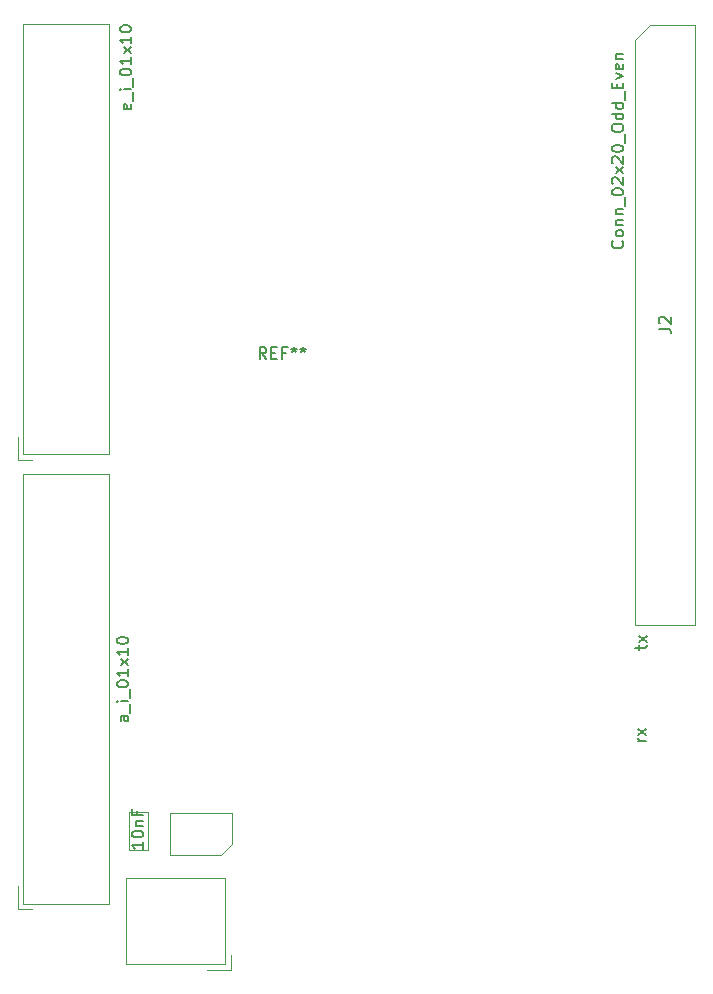
<source format=gbr>
G04 #@! TF.GenerationSoftware,KiCad,Pcbnew,5.1.5+dfsg1-2build2*
G04 #@! TF.CreationDate,2023-05-06T09:23:40+02:00*
G04 #@! TF.ProjectId,digital,64696769-7461-46c2-9e6b-696361645f70,rev?*
G04 #@! TF.SameCoordinates,Original*
G04 #@! TF.FileFunction,Other,Fab,Top*
%FSLAX46Y46*%
G04 Gerber Fmt 4.6, Leading zero omitted, Abs format (unit mm)*
G04 Created by KiCad (PCBNEW 5.1.5+dfsg1-2build2) date 2023-05-06 09:23:40*
%MOMM*%
%LPD*%
G04 APERTURE LIST*
%ADD10C,0.100000*%
%ADD11C,0.150000*%
G04 APERTURE END LIST*
D10*
X115961500Y-90753500D02*
X123211500Y-90753500D01*
X123211500Y-90753500D02*
X123211500Y-54353500D01*
X123211500Y-54353500D02*
X115961500Y-54353500D01*
X115961500Y-54353500D02*
X115961500Y-90753500D01*
X116711500Y-91253500D02*
X115461500Y-91253500D01*
X115461500Y-91253500D02*
X115461500Y-89253500D01*
X169021760Y-54361080D02*
X172831760Y-54361080D01*
X172831760Y-54361080D02*
X172831760Y-105161080D01*
X172831760Y-105161080D02*
X167751760Y-105161080D01*
X167751760Y-105161080D02*
X167751760Y-55631080D01*
X167751760Y-55631080D02*
X169021760Y-54361080D01*
X115461500Y-129278500D02*
X115461500Y-127278500D01*
X116711500Y-129278500D02*
X115461500Y-129278500D01*
X115961500Y-92378500D02*
X115961500Y-128778500D01*
X123211500Y-92378500D02*
X115961500Y-92378500D01*
X123211500Y-128778500D02*
X123211500Y-92378500D01*
X115961500Y-128778500D02*
X123211500Y-128778500D01*
X133016160Y-133883980D02*
X133016160Y-126633980D01*
X133016160Y-126633980D02*
X124616160Y-126633980D01*
X124616160Y-126633980D02*
X124616160Y-133883980D01*
X124616160Y-133883980D02*
X133016160Y-133883980D01*
X133516160Y-133133980D02*
X133516160Y-134383980D01*
X133516160Y-134383980D02*
X131516160Y-134383980D01*
X126466500Y-124218500D02*
X124866500Y-124218500D01*
X124866500Y-124218500D02*
X124866500Y-121018500D01*
X124866500Y-121018500D02*
X126466500Y-121018500D01*
X126466500Y-121018500D02*
X126466500Y-124218500D01*
X128400500Y-121072500D02*
X128400500Y-124672500D01*
X133600500Y-121072500D02*
X128400500Y-121072500D01*
X133600500Y-123772500D02*
X133600500Y-121072500D01*
X132700500Y-124672500D02*
X133600500Y-123772500D01*
X128400500Y-124672500D02*
X132700500Y-124672500D01*
D11*
X125055261Y-61094547D02*
X125102880Y-61189785D01*
X125102880Y-61380261D01*
X125055261Y-61475500D01*
X124960023Y-61523119D01*
X124579071Y-61523119D01*
X124483833Y-61475500D01*
X124436214Y-61380261D01*
X124436214Y-61189785D01*
X124483833Y-61094547D01*
X124579071Y-61046928D01*
X124674309Y-61046928D01*
X124769547Y-61523119D01*
X125198119Y-60856452D02*
X125198119Y-60094547D01*
X125102880Y-59856452D02*
X124436214Y-59856452D01*
X124102880Y-59856452D02*
X124150500Y-59904071D01*
X124198119Y-59856452D01*
X124150500Y-59808833D01*
X124102880Y-59856452D01*
X124198119Y-59856452D01*
X125198119Y-59618357D02*
X125198119Y-58856452D01*
X124102880Y-58427880D02*
X124102880Y-58332642D01*
X124150500Y-58237404D01*
X124198119Y-58189785D01*
X124293357Y-58142166D01*
X124483833Y-58094547D01*
X124721928Y-58094547D01*
X124912404Y-58142166D01*
X125007642Y-58189785D01*
X125055261Y-58237404D01*
X125102880Y-58332642D01*
X125102880Y-58427880D01*
X125055261Y-58523119D01*
X125007642Y-58570738D01*
X124912404Y-58618357D01*
X124721928Y-58665976D01*
X124483833Y-58665976D01*
X124293357Y-58618357D01*
X124198119Y-58570738D01*
X124150500Y-58523119D01*
X124102880Y-58427880D01*
X125102880Y-57142166D02*
X125102880Y-57713595D01*
X125102880Y-57427880D02*
X124102880Y-57427880D01*
X124245738Y-57523119D01*
X124340976Y-57618357D01*
X124388595Y-57713595D01*
X125102880Y-56808833D02*
X124436214Y-56285023D01*
X124436214Y-56808833D02*
X125102880Y-56285023D01*
X125102880Y-55380261D02*
X125102880Y-55951690D01*
X125102880Y-55665976D02*
X124102880Y-55665976D01*
X124245738Y-55761214D01*
X124340976Y-55856452D01*
X124388595Y-55951690D01*
X124102880Y-54761214D02*
X124102880Y-54665976D01*
X124150500Y-54570738D01*
X124198119Y-54523119D01*
X124293357Y-54475500D01*
X124483833Y-54427880D01*
X124721928Y-54427880D01*
X124912404Y-54475500D01*
X125007642Y-54523119D01*
X125055261Y-54570738D01*
X125102880Y-54665976D01*
X125102880Y-54761214D01*
X125055261Y-54856452D01*
X125007642Y-54904071D01*
X124912404Y-54951690D01*
X124721928Y-54999309D01*
X124483833Y-54999309D01*
X124293357Y-54951690D01*
X124198119Y-54904071D01*
X124150500Y-54856452D01*
X124102880Y-54761214D01*
X136525166Y-82684880D02*
X136191833Y-82208690D01*
X135953738Y-82684880D02*
X135953738Y-81684880D01*
X136334690Y-81684880D01*
X136429928Y-81732500D01*
X136477547Y-81780119D01*
X136525166Y-81875357D01*
X136525166Y-82018214D01*
X136477547Y-82113452D01*
X136429928Y-82161071D01*
X136334690Y-82208690D01*
X135953738Y-82208690D01*
X136953738Y-82161071D02*
X137287071Y-82161071D01*
X137429928Y-82684880D02*
X136953738Y-82684880D01*
X136953738Y-81684880D01*
X137429928Y-81684880D01*
X138191833Y-82161071D02*
X137858500Y-82161071D01*
X137858500Y-82684880D02*
X137858500Y-81684880D01*
X138334690Y-81684880D01*
X138858500Y-81684880D02*
X138858500Y-81922976D01*
X138620404Y-81827738D02*
X138858500Y-81922976D01*
X139096595Y-81827738D01*
X138715642Y-82113452D02*
X138858500Y-81922976D01*
X139001357Y-82113452D01*
X139620404Y-81684880D02*
X139620404Y-81922976D01*
X139382309Y-81827738D02*
X139620404Y-81922976D01*
X139858500Y-81827738D01*
X139477547Y-82113452D02*
X139620404Y-81922976D01*
X139763261Y-82113452D01*
X166663642Y-72666857D02*
X166711261Y-72714476D01*
X166758880Y-72857333D01*
X166758880Y-72952571D01*
X166711261Y-73095428D01*
X166616023Y-73190666D01*
X166520785Y-73238285D01*
X166330309Y-73285904D01*
X166187452Y-73285904D01*
X165996976Y-73238285D01*
X165901738Y-73190666D01*
X165806500Y-73095428D01*
X165758880Y-72952571D01*
X165758880Y-72857333D01*
X165806500Y-72714476D01*
X165854119Y-72666857D01*
X166758880Y-72095428D02*
X166711261Y-72190666D01*
X166663642Y-72238285D01*
X166568404Y-72285904D01*
X166282690Y-72285904D01*
X166187452Y-72238285D01*
X166139833Y-72190666D01*
X166092214Y-72095428D01*
X166092214Y-71952571D01*
X166139833Y-71857333D01*
X166187452Y-71809714D01*
X166282690Y-71762095D01*
X166568404Y-71762095D01*
X166663642Y-71809714D01*
X166711261Y-71857333D01*
X166758880Y-71952571D01*
X166758880Y-72095428D01*
X166092214Y-71333523D02*
X166758880Y-71333523D01*
X166187452Y-71333523D02*
X166139833Y-71285904D01*
X166092214Y-71190666D01*
X166092214Y-71047809D01*
X166139833Y-70952571D01*
X166235071Y-70904952D01*
X166758880Y-70904952D01*
X166092214Y-70428761D02*
X166758880Y-70428761D01*
X166187452Y-70428761D02*
X166139833Y-70381142D01*
X166092214Y-70285904D01*
X166092214Y-70143047D01*
X166139833Y-70047809D01*
X166235071Y-70000190D01*
X166758880Y-70000190D01*
X166854119Y-69762095D02*
X166854119Y-69000190D01*
X165758880Y-68571619D02*
X165758880Y-68476380D01*
X165806500Y-68381142D01*
X165854119Y-68333523D01*
X165949357Y-68285904D01*
X166139833Y-68238285D01*
X166377928Y-68238285D01*
X166568404Y-68285904D01*
X166663642Y-68333523D01*
X166711261Y-68381142D01*
X166758880Y-68476380D01*
X166758880Y-68571619D01*
X166711261Y-68666857D01*
X166663642Y-68714476D01*
X166568404Y-68762095D01*
X166377928Y-68809714D01*
X166139833Y-68809714D01*
X165949357Y-68762095D01*
X165854119Y-68714476D01*
X165806500Y-68666857D01*
X165758880Y-68571619D01*
X165854119Y-67857333D02*
X165806500Y-67809714D01*
X165758880Y-67714476D01*
X165758880Y-67476380D01*
X165806500Y-67381142D01*
X165854119Y-67333523D01*
X165949357Y-67285904D01*
X166044595Y-67285904D01*
X166187452Y-67333523D01*
X166758880Y-67904952D01*
X166758880Y-67285904D01*
X166758880Y-66952571D02*
X166092214Y-66428761D01*
X166092214Y-66952571D02*
X166758880Y-66428761D01*
X165854119Y-66095428D02*
X165806500Y-66047809D01*
X165758880Y-65952571D01*
X165758880Y-65714476D01*
X165806500Y-65619238D01*
X165854119Y-65571619D01*
X165949357Y-65524000D01*
X166044595Y-65524000D01*
X166187452Y-65571619D01*
X166758880Y-66143047D01*
X166758880Y-65524000D01*
X165758880Y-64904952D02*
X165758880Y-64809714D01*
X165806500Y-64714476D01*
X165854119Y-64666857D01*
X165949357Y-64619238D01*
X166139833Y-64571619D01*
X166377928Y-64571619D01*
X166568404Y-64619238D01*
X166663642Y-64666857D01*
X166711261Y-64714476D01*
X166758880Y-64809714D01*
X166758880Y-64904952D01*
X166711261Y-65000190D01*
X166663642Y-65047809D01*
X166568404Y-65095428D01*
X166377928Y-65143047D01*
X166139833Y-65143047D01*
X165949357Y-65095428D01*
X165854119Y-65047809D01*
X165806500Y-65000190D01*
X165758880Y-64904952D01*
X166854119Y-64381142D02*
X166854119Y-63619238D01*
X165758880Y-63190666D02*
X165758880Y-63000190D01*
X165806500Y-62904952D01*
X165901738Y-62809714D01*
X166092214Y-62762095D01*
X166425547Y-62762095D01*
X166616023Y-62809714D01*
X166711261Y-62904952D01*
X166758880Y-63000190D01*
X166758880Y-63190666D01*
X166711261Y-63285904D01*
X166616023Y-63381142D01*
X166425547Y-63428761D01*
X166092214Y-63428761D01*
X165901738Y-63381142D01*
X165806500Y-63285904D01*
X165758880Y-63190666D01*
X166758880Y-61904952D02*
X165758880Y-61904952D01*
X166711261Y-61904952D02*
X166758880Y-62000190D01*
X166758880Y-62190666D01*
X166711261Y-62285904D01*
X166663642Y-62333523D01*
X166568404Y-62381142D01*
X166282690Y-62381142D01*
X166187452Y-62333523D01*
X166139833Y-62285904D01*
X166092214Y-62190666D01*
X166092214Y-62000190D01*
X166139833Y-61904952D01*
X166758880Y-61000190D02*
X165758880Y-61000190D01*
X166711261Y-61000190D02*
X166758880Y-61095428D01*
X166758880Y-61285904D01*
X166711261Y-61381142D01*
X166663642Y-61428761D01*
X166568404Y-61476380D01*
X166282690Y-61476380D01*
X166187452Y-61428761D01*
X166139833Y-61381142D01*
X166092214Y-61285904D01*
X166092214Y-61095428D01*
X166139833Y-61000190D01*
X166854119Y-60762095D02*
X166854119Y-60000190D01*
X166235071Y-59762095D02*
X166235071Y-59428761D01*
X166758880Y-59285904D02*
X166758880Y-59762095D01*
X165758880Y-59762095D01*
X165758880Y-59285904D01*
X166092214Y-58952571D02*
X166758880Y-58714476D01*
X166092214Y-58476380D01*
X166711261Y-57714476D02*
X166758880Y-57809714D01*
X166758880Y-58000190D01*
X166711261Y-58095428D01*
X166616023Y-58143047D01*
X166235071Y-58143047D01*
X166139833Y-58095428D01*
X166092214Y-58000190D01*
X166092214Y-57809714D01*
X166139833Y-57714476D01*
X166235071Y-57666857D01*
X166330309Y-57666857D01*
X166425547Y-58143047D01*
X166092214Y-57238285D02*
X166758880Y-57238285D01*
X166187452Y-57238285D02*
X166139833Y-57190666D01*
X166092214Y-57095428D01*
X166092214Y-56952571D01*
X166139833Y-56857333D01*
X166235071Y-56809714D01*
X166758880Y-56809714D01*
X169744140Y-80094413D02*
X170458426Y-80094413D01*
X170601283Y-80142032D01*
X170696521Y-80237270D01*
X170744140Y-80380127D01*
X170744140Y-80475365D01*
X169839379Y-79665841D02*
X169791760Y-79618222D01*
X169744140Y-79522984D01*
X169744140Y-79284889D01*
X169791760Y-79189651D01*
X169839379Y-79142032D01*
X169934617Y-79094413D01*
X170029855Y-79094413D01*
X170172712Y-79142032D01*
X170744140Y-79713460D01*
X170744140Y-79094413D01*
X124848880Y-112886738D02*
X124325071Y-112886738D01*
X124229833Y-112934357D01*
X124182214Y-113029595D01*
X124182214Y-113220071D01*
X124229833Y-113315309D01*
X124801261Y-112886738D02*
X124848880Y-112981976D01*
X124848880Y-113220071D01*
X124801261Y-113315309D01*
X124706023Y-113362928D01*
X124610785Y-113362928D01*
X124515547Y-113315309D01*
X124467928Y-113220071D01*
X124467928Y-112981976D01*
X124420309Y-112886738D01*
X124944119Y-112648642D02*
X124944119Y-111886738D01*
X124848880Y-111648642D02*
X124182214Y-111648642D01*
X123848880Y-111648642D02*
X123896500Y-111696261D01*
X123944119Y-111648642D01*
X123896500Y-111601023D01*
X123848880Y-111648642D01*
X123944119Y-111648642D01*
X124944119Y-111410547D02*
X124944119Y-110648642D01*
X123848880Y-110220071D02*
X123848880Y-110124833D01*
X123896500Y-110029595D01*
X123944119Y-109981976D01*
X124039357Y-109934357D01*
X124229833Y-109886738D01*
X124467928Y-109886738D01*
X124658404Y-109934357D01*
X124753642Y-109981976D01*
X124801261Y-110029595D01*
X124848880Y-110124833D01*
X124848880Y-110220071D01*
X124801261Y-110315309D01*
X124753642Y-110362928D01*
X124658404Y-110410547D01*
X124467928Y-110458166D01*
X124229833Y-110458166D01*
X124039357Y-110410547D01*
X123944119Y-110362928D01*
X123896500Y-110315309D01*
X123848880Y-110220071D01*
X124848880Y-108934357D02*
X124848880Y-109505785D01*
X124848880Y-109220071D02*
X123848880Y-109220071D01*
X123991738Y-109315309D01*
X124086976Y-109410547D01*
X124134595Y-109505785D01*
X124848880Y-108601023D02*
X124182214Y-108077214D01*
X124182214Y-108601023D02*
X124848880Y-108077214D01*
X124848880Y-107172452D02*
X124848880Y-107743880D01*
X124848880Y-107458166D02*
X123848880Y-107458166D01*
X123991738Y-107553404D01*
X124086976Y-107648642D01*
X124134595Y-107743880D01*
X123848880Y-106553404D02*
X123848880Y-106458166D01*
X123896500Y-106362928D01*
X123944119Y-106315309D01*
X124039357Y-106267690D01*
X124229833Y-106220071D01*
X124467928Y-106220071D01*
X124658404Y-106267690D01*
X124753642Y-106315309D01*
X124801261Y-106362928D01*
X124848880Y-106458166D01*
X124848880Y-106553404D01*
X124801261Y-106648642D01*
X124753642Y-106696261D01*
X124658404Y-106743880D01*
X124467928Y-106791500D01*
X124229833Y-106791500D01*
X124039357Y-106743880D01*
X123944119Y-106696261D01*
X123896500Y-106648642D01*
X123848880Y-106553404D01*
X126118880Y-123562928D02*
X126118880Y-124134357D01*
X126118880Y-123848642D02*
X125118880Y-123848642D01*
X125261738Y-123943880D01*
X125356976Y-124039119D01*
X125404595Y-124134357D01*
X125118880Y-122943880D02*
X125118880Y-122848642D01*
X125166500Y-122753404D01*
X125214119Y-122705785D01*
X125309357Y-122658166D01*
X125499833Y-122610547D01*
X125737928Y-122610547D01*
X125928404Y-122658166D01*
X126023642Y-122705785D01*
X126071261Y-122753404D01*
X126118880Y-122848642D01*
X126118880Y-122943880D01*
X126071261Y-123039119D01*
X126023642Y-123086738D01*
X125928404Y-123134357D01*
X125737928Y-123181976D01*
X125499833Y-123181976D01*
X125309357Y-123134357D01*
X125214119Y-123086738D01*
X125166500Y-123039119D01*
X125118880Y-122943880D01*
X125452214Y-122181976D02*
X126118880Y-122181976D01*
X125547452Y-122181976D02*
X125499833Y-122134357D01*
X125452214Y-122039119D01*
X125452214Y-121896261D01*
X125499833Y-121801023D01*
X125595071Y-121753404D01*
X126118880Y-121753404D01*
X125595071Y-120943880D02*
X125595071Y-121277214D01*
X126118880Y-121277214D02*
X125118880Y-121277214D01*
X125118880Y-120801023D01*
X168060714Y-107275238D02*
X168060714Y-106894285D01*
X167727380Y-107132380D02*
X168584523Y-107132380D01*
X168679761Y-107084761D01*
X168727380Y-106989523D01*
X168727380Y-106894285D01*
X168727380Y-106656190D02*
X168060714Y-106132380D01*
X168060714Y-106656190D02*
X168727380Y-106132380D01*
X168663880Y-115030190D02*
X167997214Y-115030190D01*
X168187690Y-115030190D02*
X168092452Y-114982571D01*
X168044833Y-114934952D01*
X167997214Y-114839714D01*
X167997214Y-114744476D01*
X168663880Y-114506380D02*
X167997214Y-113982571D01*
X167997214Y-114506380D02*
X168663880Y-113982571D01*
M02*

</source>
